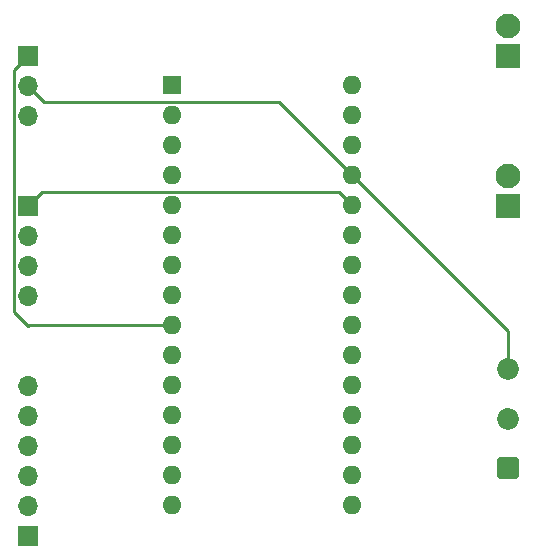
<source format=gbr>
%TF.GenerationSoftware,KiCad,Pcbnew,7.0.9*%
%TF.CreationDate,2023-11-18T21:52:13-06:00*%
%TF.ProjectId,batttlebot_pcb,62617474-746c-4656-926f-745f7063622e,rev?*%
%TF.SameCoordinates,Original*%
%TF.FileFunction,Copper,L2,Bot*%
%TF.FilePolarity,Positive*%
%FSLAX46Y46*%
G04 Gerber Fmt 4.6, Leading zero omitted, Abs format (unit mm)*
G04 Created by KiCad (PCBNEW 7.0.9) date 2023-11-18 21:52:13*
%MOMM*%
%LPD*%
G01*
G04 APERTURE LIST*
G04 Aperture macros list*
%AMRoundRect*
0 Rectangle with rounded corners*
0 $1 Rounding radius*
0 $2 $3 $4 $5 $6 $7 $8 $9 X,Y pos of 4 corners*
0 Add a 4 corners polygon primitive as box body*
4,1,4,$2,$3,$4,$5,$6,$7,$8,$9,$2,$3,0*
0 Add four circle primitives for the rounded corners*
1,1,$1+$1,$2,$3*
1,1,$1+$1,$4,$5*
1,1,$1+$1,$6,$7*
1,1,$1+$1,$8,$9*
0 Add four rect primitives between the rounded corners*
20,1,$1+$1,$2,$3,$4,$5,0*
20,1,$1+$1,$4,$5,$6,$7,0*
20,1,$1+$1,$6,$7,$8,$9,0*
20,1,$1+$1,$8,$9,$2,$3,0*%
G04 Aperture macros list end*
%TA.AperFunction,ComponentPad*%
%ADD10C,1.850000*%
%TD*%
%TA.AperFunction,ComponentPad*%
%ADD11RoundRect,0.250000X0.675000X-0.675000X0.675000X0.675000X-0.675000X0.675000X-0.675000X-0.675000X0*%
%TD*%
%TA.AperFunction,ComponentPad*%
%ADD12R,2.100000X2.100000*%
%TD*%
%TA.AperFunction,ComponentPad*%
%ADD13C,2.100000*%
%TD*%
%TA.AperFunction,ComponentPad*%
%ADD14R,1.700000X1.700000*%
%TD*%
%TA.AperFunction,ComponentPad*%
%ADD15O,1.700000X1.700000*%
%TD*%
%TA.AperFunction,ComponentPad*%
%ADD16R,1.600000X1.600000*%
%TD*%
%TA.AperFunction,ComponentPad*%
%ADD17O,1.600000X1.600000*%
%TD*%
%TA.AperFunction,Conductor*%
%ADD18C,0.250000*%
%TD*%
G04 APERTURE END LIST*
D10*
%TO.P,J6,3,Pin_3*%
%TO.N,/5V*%
X154940000Y-102740000D03*
%TO.P,J6,2,Pin_2*%
%TO.N,GND*%
X154940000Y-106940000D03*
D11*
%TO.P,J6,1,Pin_1*%
%TO.N,/BATT+*%
X154940000Y-111140000D03*
%TD*%
D12*
%TO.P,J5,1,Pin_1*%
%TO.N,/BATT+*%
X154940000Y-88900000D03*
D13*
%TO.P,J5,2,Pin_2*%
%TO.N,GND*%
X154940000Y-86360000D03*
%TD*%
D14*
%TO.P,J2,1,Pin_1*%
%TO.N,Net-(A1-A7)*%
X114300000Y-88900000D03*
D15*
%TO.P,J2,2,Pin_2*%
%TO.N,Net-(A1-D2)*%
X114300000Y-91440000D03*
%TO.P,J2,3,Pin_3*%
%TO.N,Net-(A1-D3)*%
X114300000Y-93980000D03*
%TO.P,J2,4,Pin_4*%
%TO.N,Net-(A1-MISO)*%
X114300000Y-96520000D03*
%TD*%
D14*
%TO.P,J4,1,Pin_1*%
%TO.N,Net-(A1-D10)*%
X114300000Y-116840000D03*
D15*
%TO.P,J4,2,Pin_2*%
%TO.N,Net-(A1-D9)*%
X114300000Y-114300000D03*
%TO.P,J4,3,Pin_3*%
%TO.N,Net-(A1-D8)*%
X114300000Y-111760000D03*
%TO.P,J4,4,Pin_4*%
%TO.N,Net-(A1-D7)*%
X114300000Y-109220000D03*
%TO.P,J4,5,Pin_5*%
%TO.N,Net-(A1-D4)*%
X114300000Y-106680000D03*
%TO.P,J4,6,Pin_6*%
%TO.N,Net-(A1-D5)*%
X114300000Y-104140000D03*
%TD*%
D13*
%TO.P,J3,2,Pin_2*%
%TO.N,/BATT+*%
X154940000Y-73660000D03*
D12*
%TO.P,J3,1,Pin_1*%
%TO.N,GND*%
X154940000Y-76200000D03*
%TD*%
D14*
%TO.P,J1,1,Pin_1*%
%TO.N,/D6*%
X114300000Y-76200000D03*
D15*
%TO.P,J1,2,Pin_2*%
%TO.N,/5V*%
X114300000Y-78740000D03*
%TO.P,J1,3,Pin_3*%
%TO.N,GND*%
X114300000Y-81280000D03*
%TD*%
D16*
%TO.P,A1,1,TX1*%
%TO.N,unconnected-(A1-TX1-Pad1)*%
X126520000Y-78700000D03*
D17*
%TO.P,A1,2,RX1*%
%TO.N,unconnected-(A1-RX1-Pad2)*%
X126520000Y-81240000D03*
%TO.P,A1,3,~{RESET}*%
%TO.N,unconnected-(A1-~{RESET}-Pad3)*%
X126520000Y-83780000D03*
%TO.P,A1,4,GND*%
%TO.N,GND*%
X126520000Y-86320000D03*
%TO.P,A1,5,D2*%
%TO.N,Net-(A1-D2)*%
X126520000Y-88860000D03*
%TO.P,A1,6,D3*%
%TO.N,Net-(A1-D3)*%
X126520000Y-91400000D03*
%TO.P,A1,7,D4*%
%TO.N,Net-(A1-D4)*%
X126520000Y-93940000D03*
%TO.P,A1,8,D5*%
%TO.N,Net-(A1-D5)*%
X126520000Y-96480000D03*
%TO.P,A1,9,D6*%
%TO.N,/D6*%
X126520000Y-99020000D03*
%TO.P,A1,10,D7*%
%TO.N,Net-(A1-D7)*%
X126520000Y-101560000D03*
%TO.P,A1,11,D8*%
%TO.N,Net-(A1-D8)*%
X126520000Y-104100000D03*
%TO.P,A1,12,D9*%
%TO.N,Net-(A1-D9)*%
X126520000Y-106640000D03*
%TO.P,A1,13,D10*%
%TO.N,Net-(A1-D10)*%
X126520000Y-109180000D03*
%TO.P,A1,14,MOSI*%
%TO.N,unconnected-(A1-MOSI-Pad14)*%
X126520000Y-111720000D03*
%TO.P,A1,15,MISO*%
%TO.N,Net-(A1-MISO)*%
X126520000Y-114260000D03*
%TO.P,A1,16,SCK*%
%TO.N,unconnected-(A1-SCK-Pad16)*%
X141760000Y-114260000D03*
%TO.P,A1,17,3V3*%
%TO.N,unconnected-(A1-3V3-Pad17)*%
X141760000Y-111720000D03*
%TO.P,A1,18,AREF*%
%TO.N,unconnected-(A1-AREF-Pad18)*%
X141760000Y-109180000D03*
%TO.P,A1,19,A0*%
%TO.N,unconnected-(A1-A0-Pad19)*%
X141760000Y-106640000D03*
%TO.P,A1,20,A1*%
%TO.N,unconnected-(A1-A1-Pad20)*%
X141760000Y-104100000D03*
%TO.P,A1,21,A2*%
%TO.N,unconnected-(A1-A2-Pad21)*%
X141760000Y-101560000D03*
%TO.P,A1,22,A3*%
%TO.N,unconnected-(A1-A3-Pad22)*%
X141760000Y-99020000D03*
%TO.P,A1,23,SDA/A4*%
%TO.N,unconnected-(A1-SDA{slash}A4-Pad23)*%
X141760000Y-96480000D03*
%TO.P,A1,24,SCL/A5*%
%TO.N,unconnected-(A1-SCL{slash}A5-Pad24)*%
X141760000Y-93940000D03*
%TO.P,A1,25,A6*%
%TO.N,unconnected-(A1-A6-Pad25)*%
X141760000Y-91400000D03*
%TO.P,A1,26,A7*%
%TO.N,Net-(A1-A7)*%
X141760000Y-88860000D03*
%TO.P,A1,27,+5V*%
%TO.N,/5V*%
X141760000Y-86320000D03*
%TO.P,A1,28,~{RESET}*%
%TO.N,unconnected-(A1-~{RESET}-Pad28)*%
X141760000Y-83780000D03*
%TO.P,A1,29,GND*%
%TO.N,GND*%
X141760000Y-81240000D03*
%TO.P,A1,30,VIN*%
%TO.N,unconnected-(A1-VIN-Pad30)*%
X141760000Y-78700000D03*
%TD*%
D18*
%TO.N,/5V*%
X154940000Y-102740000D02*
X154940000Y-99500000D01*
X154940000Y-99500000D02*
X141760000Y-86320000D01*
%TO.N,/D6*%
X113125000Y-97885000D02*
X114300000Y-99060000D01*
X114300000Y-99060000D02*
X114340000Y-99020000D01*
X113125000Y-77375000D02*
X113125000Y-97885000D01*
X114300000Y-76200000D02*
X113125000Y-77375000D01*
X114340000Y-99020000D02*
X126520000Y-99020000D01*
%TO.N,/5V*%
X114300000Y-78740000D02*
X115675000Y-80115000D01*
X115675000Y-80115000D02*
X135555000Y-80115000D01*
X135555000Y-80115000D02*
X141760000Y-86320000D01*
%TO.N,Net-(A1-A7)*%
X114300000Y-88900000D02*
X115465000Y-87735000D01*
X115465000Y-87735000D02*
X140635000Y-87735000D01*
X140635000Y-87735000D02*
X141760000Y-88860000D01*
%TD*%
M02*

</source>
